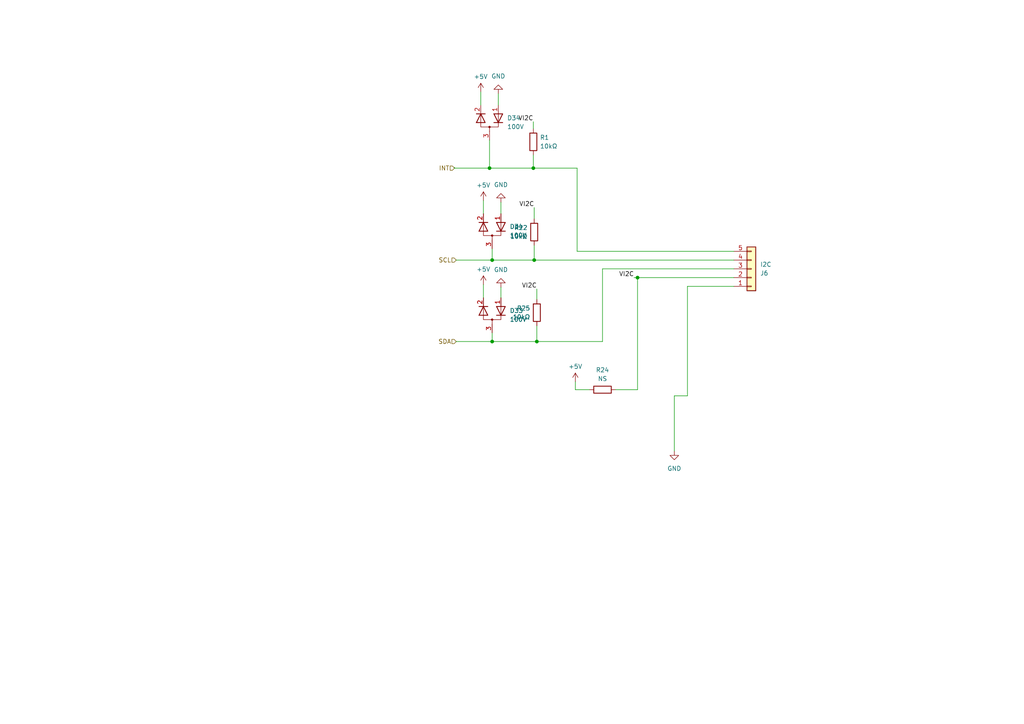
<source format=kicad_sch>
(kicad_sch (version 20230121) (generator eeschema)
  (paper "A4")
  (lib_symbols
    (symbol "Connector_Generic:Conn_01x05" (pin_names (offset 1.016) hide)
      (property "Reference" "J" (at 0 7.62 0))
      (property "Value" "Conn_01x05" (at 0 -7.62 0))
      (symbol "Conn_01x05_1_1"
        (rectangle (start -1.27 -4.953) (end 0 -5.207) (stroke (width 0.1524)))
        (rectangle (start -1.27 -2.413) (end 0 -2.667) (stroke (width 0.1524)))
        (rectangle (start -1.27 0.127) (end 0 -0.127) (stroke (width 0.1524)))
        (rectangle (start -1.27 2.667) (end 0 2.413) (stroke (width 0.1524)))
        (rectangle (start -1.27 5.207) (end 0 4.953) (stroke (width 0.1524)))
        (rectangle (start -1.27 6.35) (end 1.27 -6.35) (stroke (width 0.254)) (fill (type background)))
        (pin passive line (at -5.08 5.08 0) (length 3.81) (name "Pin_1") (number "1"))
        (pin passive line (at -5.08 2.54 0) (length 3.81) (name "Pin_2") (number "2"))
        (pin passive line (at -5.08 0 0) (length 3.81) (name "Pin_3") (number "3"))
        (pin passive line (at -5.08 -2.54 0) (length 3.81) (name "Pin_4") (number "4"))
        (pin passive line (at -5.08 -5.08 0) (length 3.81) (name "Pin_5") (number "5"))
      )
    )
    (symbol "Device:D_Dual_Series_AKC_Parallel" (pin_names (offset 0.762) hide)
      (property "Reference" "D" (at 0 5.08 0))
      (property "Value" "D_Dual_Series_AKC_Parallel" (at 0 -5.08 0))
      (symbol "D_Dual_Series_AKC_Parallel_0_0"
        (polyline (pts (xy 0 -1.27) (xy 0 -3.81)) (stroke (width 0.254)))
        (polyline (pts (xy 2.54 3.81) (xy 2.54 1.27)) (stroke (width 0.254)))
      )
      (symbol "D_Dual_Series_AKC_Parallel_0_1"
        (circle (center -1.27 0) (radius 0.254) (fill (type outline)))
        (polyline (pts (xy -1.27 0) (xy -2.54 0)))
        (polyline (pts (xy 2.54 2.54) (xy -1.27 2.54) (xy -1.27 -2.54) (xy 2.54 -2.54)))
        (polyline (pts (xy 0 3.81) (xy 2.54 2.54) (xy 0 1.27) (xy 0 3.81) (xy 0 3.81) (xy 0 3.81)) (stroke (width 0.254)))
        (polyline (pts (xy 2.54 -1.27) (xy 0 -2.54) (xy 2.54 -3.81) (xy 2.54 -1.27) (xy 2.54 -1.27) (xy 2.54 -1.27)) (stroke (width 0.254)))
        (pin passive line (at 5.08 -2.54 180) (length 2.54) (name "K") (number "1"))
        (pin passive line (at 5.08 2.54 180) (length 2.54) (name "K") (number "2"))
        (pin passive line (at -5.08 0 0) (length 2.54) (name "A") (number "3"))
      )
    )
    (symbol "Device:R" (pin_numbers hide) (pin_names (offset 0))
      (property "Reference" "R" (at 2.032 0 90))
      (property "Value" "R" (at 0 0 90))
      (symbol "R_0_1"
        (rectangle (start -1.016 -2.54) (end 1.016 2.54) (stroke (width 0.254)))
      )
      (symbol "R_1_1"
        (pin passive line (at 0 3.81 270) (length 1.27) (name "~") (number "1"))
        (pin passive line (at 0 -3.81 90) (length 1.27) (name "~") (number "2"))
      )
    )
    (symbol "power:+5V" (power) (pin_names (offset 0))
      (property "Value" "+5V" (at 0 3.556 0))
      (symbol "+5V_0_1"
        (polyline (pts (xy -0.762 1.27) (xy 0 2.54)))
        (polyline (pts (xy 0 0) (xy 0 2.54)))
        (polyline (pts (xy 0 2.54) (xy 0.762 1.27)))
      )
      (symbol "+5V_1_1"
        (pin power_in line (at 0 0 90) (length 0) hide (name "+5V") (number "1"))
      )
    )
    (symbol "power:GND" (power) (pin_names (offset 0))
      (property "Value" "GND" (at 0 -3.81 0))
      (symbol "GND_0_1"
        (polyline (pts (xy 0 0) (xy 0 -1.27) (xy 1.27 -1.27) (xy 0 -2.54) (xy -1.27 -1.27) (xy 0 -1.27)))
      )
      (symbol "GND_1_1"
        (pin power_in line (at 0 0 270) (length 0) hide (name "GND") (number "1"))
      )
    )
  )
  (junction (at 154.94 75.438))
  (junction (at 141.986 48.768))
  (junction (at 154.686 48.768))
  (junction (at 184.912 80.518))
  (junction (at 142.748 99.06))
  (junction (at 142.748 75.438))
  (junction (at 155.702 99.06))
  (wire (pts (xy 166.878 110.744) (xy 166.878 113.03)))
  (wire (pts (xy 212.852 83.058) (xy 199.39 83.058)))
  (wire (pts (xy 154.686 35.306) (xy 154.686 37.338)))
  (wire (pts (xy 167.386 72.898) (xy 212.852 72.898)))
  (wire (pts (xy 154.94 60.198) (xy 154.94 63.5)))
  (wire (pts (xy 199.39 114.808) (xy 195.58 114.808)))
  (wire (pts (xy 145.288 58.674) (xy 145.288 61.976)))
  (wire (pts (xy 155.702 94.488) (xy 155.702 99.06)))
  (wire (pts (xy 140.208 58.166) (xy 140.208 61.976)))
  (wire (pts (xy 140.208 82.55) (xy 140.208 86.36)))
  (wire (pts (xy 142.748 99.06) (xy 155.702 99.06)))
  (wire (pts (xy 154.94 71.12) (xy 154.94 75.438)))
  (wire (pts (xy 131.826 48.768) (xy 131.826 48.514)))
  (wire (pts (xy 167.386 48.768) (xy 167.386 72.898)))
  (wire (pts (xy 154.94 75.438) (xy 212.852 75.438)))
  (wire (pts (xy 195.58 114.808) (xy 195.58 130.81)))
  (wire (pts (xy 142.748 75.438) (xy 154.94 75.438)))
  (wire (pts (xy 155.702 83.82) (xy 155.702 86.868)))
  (wire (pts (xy 144.526 27.178) (xy 144.526 30.48)))
  (wire (pts (xy 142.748 72.136) (xy 142.748 75.438)))
  (wire (pts (xy 155.702 99.06) (xy 174.752 99.06)))
  (wire (pts (xy 174.752 77.978) (xy 174.752 99.06)))
  (wire (pts (xy 184.912 80.518) (xy 212.852 80.518)))
  (wire (pts (xy 154.686 44.958) (xy 154.686 48.768)))
  (wire (pts (xy 166.878 113.03) (xy 170.942 113.03)))
  (wire (pts (xy 132.334 99.06) (xy 142.748 99.06)))
  (wire (pts (xy 141.986 40.64) (xy 141.986 48.768)))
  (wire (pts (xy 145.288 83.312) (xy 145.288 86.36)))
  (wire (pts (xy 131.826 48.768) (xy 141.986 48.768)))
  (wire (pts (xy 174.752 77.978) (xy 212.852 77.978)))
  (wire (pts (xy 199.39 83.058) (xy 199.39 114.808)))
  (wire (pts (xy 139.446 26.67) (xy 139.446 30.48)))
  (wire (pts (xy 178.562 113.03) (xy 184.912 113.03)))
  (wire (pts (xy 154.686 48.768) (xy 167.386 48.768)))
  (wire (pts (xy 142.748 96.52) (xy 142.748 99.06)))
  (wire (pts (xy 132.334 75.438) (xy 142.748 75.438)))
  (wire (pts (xy 183.896 80.518) (xy 184.912 80.518)))
  (wire (pts (xy 184.912 80.518) (xy 184.912 113.03)))
  (wire (pts (xy 141.986 48.768) (xy 154.686 48.768)))
  (label "VI2C" (at 154.686 35.306 180))
  (label "VI2C" (at 183.896 80.518 180))
  (label "VI2C" (at 154.94 60.198 180))
  (label "VI2C" (at 155.702 83.82 180))
  (hierarchical_label "SDA" (shape input) (at 132.334 99.06 180))
  (hierarchical_label "INT" (shape input) (at 131.826 48.768 180))
  (hierarchical_label "SCL" (shape input) (at 132.334 75.438 180))
  (symbol (lib_id "power:GND") (at 195.58 130.81 0) (unit 1)
    (property "Reference" "#PWR0136" (effects hide))
    (property "Value" "GND" (at 195.58 135.89 0))
    (instances (project "I2CMultiplexer" (path "" (reference "#PWR0136") (unit 1)) (path "" (reference "#PWR020") (unit 1))))
  )
  (symbol (lib_id "Connector_Generic:Conn_01x05") (at 217.932 77.978 0) (mirror x) (unit 1)
    (property "Reference" "J6" (at 220.472 79.248 0) (effects (justify left)))
    (property "Value" "I2C" (at 220.472 76.708 0) (effects (justify left)))
    (property "Footprint" "Connector_PinHeader_2.54mm:PinHeader_1x05_P2.54mm_Vertical" (effects hide))
    (instances (project "I2CMultiplexer" (path "" (reference "J6") (unit 1)) (path "" (reference "J15") (unit 1))))
  )
  (symbol (lib_id "Device:D_Dual_Series_AKC_Parallel") (at 142.748 67.056 90) (unit 1)
    (property "Reference" "D34" (at 147.828 65.7225 90) (effects (justify right)))
    (property "Value" "100V" (at 147.828 68.2625 90) (effects (justify right)))
    (property "Footprint" "Package_TO_SOT_SMD:SOT-23-3" (effects hide))
    (instances (project "I2CMultiplexer" (path "" (reference "D34") (unit 1)) (path "" (reference "D27") (unit 1))))
  )
  (symbol (lib_id "power:GND") (at 144.526 27.178 180) (unit 1)
    (property "Reference" "#PWR012" (effects hide))
    (property "Value" "GND" (at 144.526 22.098 0))
    (instances (project "I2CMultiplexer" (path "" (reference "#PWR012") (unit 1)) (path "" (reference "#PWR026") (unit 1))))
  )
  (symbol (lib_id "Device:R") (at 154.686 41.148 180) (unit 1)
    (property "Reference" "R1" (at 156.591 39.878 0) (effects (justify right)))
    (property "Value" "10kΩ" (at 156.591 42.418 0) (effects (justify right)))
    (property "Footprint" "Resistor_SMD:R_0805_2012Metric" (effects hide))
    (instances (project "I2CMultiplexer" (path "" (reference "R1") (unit 1)) (path "" (reference "R18") (unit 1))))
  )
  (symbol (lib_id "Device:R") (at 154.94 67.31 0) (mirror x) (unit 1)
    (property "Reference" "R22" (at 153.035 66.04 0) (effects (justify right)))
    (property "Value" "10kΩ" (at 153.035 68.58 0) (effects (justify right)))
    (property "Footprint" "Resistor_SMD:R_0805_2012Metric" (effects hide))
    (instances (project "I2CMultiplexer" (path "" (reference "R22") (unit 1)) (path "" (reference "R14") (unit 1))))
  )
  (symbol (lib_id "power:+5V") (at 139.446 26.67 0) (unit 1)
    (property "Reference" "#PWR09" (effects hide))
    (property "Value" "+5V" (at 139.446 22.225 0))
    (instances (project "I2CMultiplexer" (path "" (reference "#PWR09") (unit 1)) (path "" (reference "#PWR07") (unit 1))))
  )
  (symbol (lib_id "Device:R") (at 155.702 90.678 0) (mirror x) (unit 1)
    (property "Reference" "R25" (at 153.797 89.408 0) (effects (justify right)))
    (property "Value" "10kΩ" (at 153.797 91.948 0) (effects (justify right)))
    (property "Footprint" "Resistor_SMD:R_0805_2012Metric" (effects hide))
    (instances (project "I2CMultiplexer" (path "" (reference "R25") (unit 1)) (path "" (reference "R16") (unit 1))))
  )
  (symbol (lib_id "Device:D_Dual_Series_AKC_Parallel") (at 142.748 91.44 90) (unit 1)
    (property "Reference" "D33" (at 147.828 90.1065 90) (effects (justify right)))
    (property "Value" "100V" (at 147.828 92.6465 90) (effects (justify right)))
    (property "Footprint" "Package_TO_SOT_SMD:SOT-23-3" (effects hide))
    (instances (project "I2CMultiplexer" (path "" (reference "D33") (unit 1)) (path "" (reference "D26") (unit 1))))
  )
  (symbol (lib_id "power:+5V") (at 140.208 82.55 0) (unit 1)
    (property "Reference" "#PWR09" (effects hide))
    (property "Value" "+5V" (at 140.208 78.105 0))
    (instances (project "I2CMultiplexer" (path "" (reference "#PWR09") (unit 1)) (path "" (reference "#PWR010") (unit 1))))
  )
  (symbol (lib_id "Device:D_Dual_Series_AKC_Parallel") (at 141.986 35.56 90) (unit 1)
    (property "Reference" "D34" (at 147.066 34.2265 90) (effects (justify right)))
    (property "Value" "100V" (at 147.066 36.7665 90) (effects (justify right)))
    (property "Footprint" "Package_TO_SOT_SMD:SOT-23-3" (effects hide))
    (instances (project "I2CMultiplexer" (path "" (reference "D34") (unit 1)) (path "" (reference "D28") (unit 1))))
  )
  (symbol (lib_id "power:+5V") (at 166.878 110.744 0) (unit 1)
    (property "Reference" "#PWR011" (effects hide))
    (property "Value" "+5V" (at 166.878 106.299 0))
    (instances (project "I2CMultiplexer" (path "" (reference "#PWR011") (unit 1)) (path "" (reference "#PWR06") (unit 1))))
  )
  (symbol (lib_id "power:+5V") (at 140.208 58.166 0) (unit 1)
    (property "Reference" "#PWR011" (effects hide))
    (property "Value" "+5V" (at 140.208 53.721 0))
    (instances (project "I2CMultiplexer" (path "" (reference "#PWR011") (unit 1)) (path "" (reference "#PWR016") (unit 1))))
  )
  (symbol (lib_id "power:GND") (at 145.288 58.674 180) (unit 1)
    (property "Reference" "#PWR012" (effects hide))
    (property "Value" "GND" (at 145.288 53.594 0))
    (instances (project "I2CMultiplexer" (path "" (reference "#PWR012") (unit 1)) (path "" (reference "#PWR017") (unit 1))))
  )
  (symbol (lib_id "Device:R") (at 174.752 113.03 270) (mirror x) (unit 1)
    (property "Reference" "R24" (at 174.752 107.315 90))
    (property "Value" "NS" (at 174.752 109.855 90))
    (property "Footprint" "Resistor_SMD:R_0805_2012Metric" (effects hide))
    (instances (project "I2CMultiplexer" (path "" (reference "R24") (unit 1)) (path "" (reference "R20") (unit 1))))
  )
  (symbol (lib_id "power:GND") (at 145.288 83.312 180) (unit 1)
    (property "Reference" "#PWR010" (effects hide))
    (property "Value" "GND" (at 145.288 78.232 0))
    (instances (project "I2CMultiplexer" (path "" (reference "#PWR010") (unit 1)) (path "" (reference "#PWR014") (unit 1))))
  )
)
</source>
